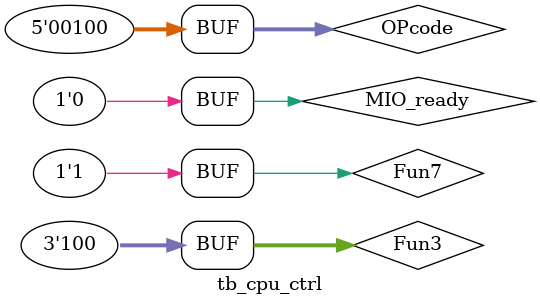
<source format=v>
`timescale 1ns / 1ps


module tb_cpu_ctrl ;
// cpu_ctrl Inputs
reg   [4:0]  OPcode                        = 0 ;
reg   [2:0]  Fun3                          = 0 ;
reg   Fun7                                 = 0 ;
reg   MIO_ready                            = 0 ;

// cpu_ctrl Outputs
wire  [1:0]  ImmSel                        ;
wire  ALUSrc_B                             ;
wire  [1:0]  MemtoReg                      ;
wire  Jump                                 ;
wire  Branch                               ;
wire  RegWrite                             ;
wire  MemRW                                ;
wire  [2:0]  ALU_Control                   ;
wire  CPU_MIO                              ;
wire  [1:0] ALUop;


initial begin //Initialize Inputs
OPcode = 0;
//Fun = 0;
MIO_ready = 0;
#40;
//Wait 40 ns for global reset to finish ¡£ ÒÔÉÏÊÇ²âÊÔÄ£°å´úÂë ¡£
//Add stimulus here
//¼ì²éÊä³öÐÅºÅºÍ¹Ø¼üÐÅºÅÊä³öÊÇ·ñÂú×ãÕæÖµ±í
OPcode=5'b01100;//ALU Ö¸Áî ¼ì²é ALUop 2 ¡¯b 10 RegWrite 1
Fun3 = 3'b000;Fun7=1'b0;//add, ¼ì²é ALU_Control 3 'b 010
#20;
Fun3 = 3'b000;Fun7=1'b1;//sub, ¼ì²é ALU_Control 3 'b 110
#20;
Fun3 = 3'b111;Fun7=1'b0;//and, ¼ì²é ALU_Control 3 'b 000
#20;
Fun3 = 3'b110;Fun7=1'b0;//or, ¼ì²é ALU_Control 3 'b 001
#20;
Fun3 = 3'b010;Fun7=1'b0;//slt, ¼ì²é ALU_Control 3 'b 111
#20;
Fun3 = 3'b101;Fun7=1'b0;//srl, ¼ì²é ALU_Control 3 'b 101
#20;
Fun3 = 3'b100;Fun7=1'b0;//xor, ¼ì²é ALU_Control 3 'b 011
#20;
Fun3 = 3'b111; Fun7 = 1'b1;
#1;

OPcode = 5'b00000;
#20;
OPcode = 5'b01000;
#20;
OPcode = 5'b11000;
#20;
OPcode = 5'b11011;
#20;
OPcode = 5'b00100;
Fun3 = 3'h0;
#20;
Fun3 = 3'h7;
#20;
Fun3 = 3'h6;
#20;
Fun3 = 3'h2;
#20;
Fun3 = 3'h5;
#20;
Fun3 = 3'h4;
#20;
end
    cpu_ctrl  u_cpu_ctrl (
    .OPcode                  ( OPcode       [4:0] ),
    .Fun3                    ( Fun3         [2:0] ),
    .Fun7                    ( Fun7               ),
    .MIO_ready               ( MIO_ready          ),

    .ImmSel                  ( ImmSel       [1:0] ),
    .ALUSrc_B                ( ALUSrc_B           ),
    .MemtoReg                ( MemtoReg     [1:0] ),
    .Jump                    ( Jump               ),
    .Branch                  ( Branch             ),
    .RegWrite                ( RegWrite           ),
    .MemRW                   ( MemRW              ),
    .ALU_Control             ( ALU_Control  [2:0] ),
    .CPU_MIO                 ( CPU_MIO            ));

endmodule
</source>
